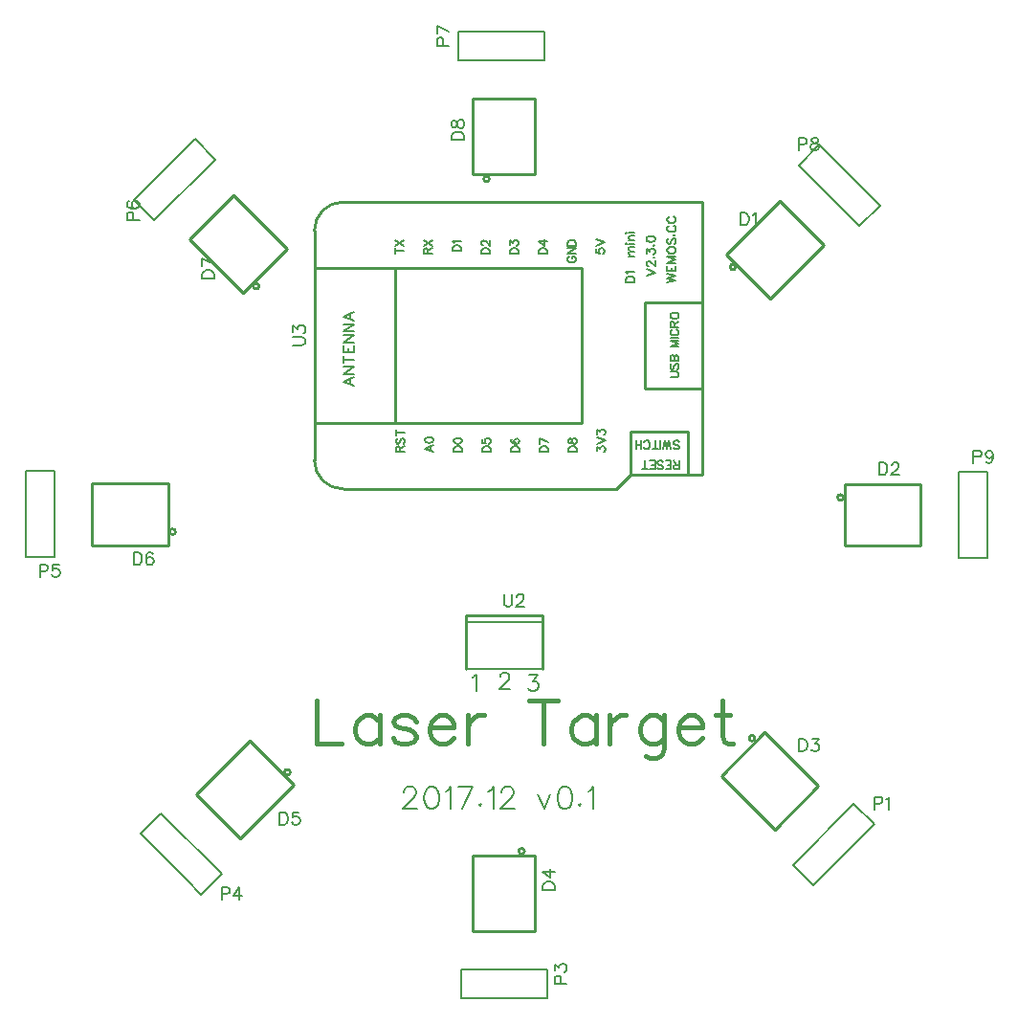
<source format=gto>
G04 ---------------------------- Layer name :TOP SILK LAYER*
G04 easyEDA 0.1*
G04 Scale: 100 percent, Rotated: No, Reflected: No *
G04 Dimensions in inches *
G04 leading zeros omitted , absolute positions ,2 integer and 4 * 
%FSLAX24Y24*%
%MOIN*%
G90*
G70D02*

%ADD10C,0.010000*%
%ADD11C,0.007900*%
%ADD12C,0.008000*%
%ADD13C,0.007992*%
%ADD14C,0.015748*%
%ADD15C,0.007000*%
%ADD16C,0.006000*%
%ADD17C,0.005900*%

%LPD*%
G54D10*
G01X11118Y19578D02*
G01X11118Y27578D01*
G01X24618Y22078D02*
G01X24618Y25078D01*
G01X22618Y25078D01*
G01X22618Y22078D01*
G01X24618Y22078D01*
G01X22118Y20578D02*
G01X22118Y19078D01*
G01X24118Y19078D01*
G01X24118Y20578D01*
G01X22118Y20578D01*
G01X13918Y20878D02*
G01X13918Y26278D01*
G01X20418Y26278D01*
G01X20418Y20878D01*
G01X13918Y20878D01*
G01X13918Y20878D02*
G01X11118Y20878D01*
G01X13918Y26278D02*
G01X11118Y26278D01*
G01X21636Y18578D02*
G01X22136Y19078D01*
G01X24636Y19078D01*
G01X12136Y28578D02*
G01X24636Y28578D01*
G01X24636Y19078D01*
G01X12136Y18578D02*
G01X21636Y18578D01*
G01X25479Y26755D02*
G01X27006Y25227D01*
G01X27006Y25227D02*
G01X28873Y27094D01*
G01X28873Y27094D02*
G01X27346Y28621D01*
G01X27346Y28621D02*
G01X25479Y26755D01*
G01X29605Y18756D02*
G01X29605Y16596D01*
G01X29605Y16596D02*
G01X32245Y16596D01*
G01X32245Y16596D02*
G01X32245Y18756D01*
G01X32245Y18756D02*
G01X29605Y18756D01*
G01X26809Y10117D02*
G01X25282Y8590D01*
G01X25282Y8590D02*
G01X27149Y6723D01*
G01X27149Y6723D02*
G01X28676Y8250D01*
G01X28676Y8250D02*
G01X26809Y10117D01*
G01X18807Y5803D02*
G01X16647Y5803D01*
G01X16647Y5803D02*
G01X16647Y3163D01*
G01X16647Y3163D02*
G01X18807Y3163D01*
G01X18807Y3163D02*
G01X18807Y5803D01*
G01X10396Y8270D02*
G01X8869Y9797D01*
G01X8869Y9797D02*
G01X7002Y7930D01*
G01X7002Y7930D02*
G01X8530Y6403D01*
G01X8530Y6403D02*
G01X10396Y8270D01*
G01X6019Y16619D02*
G01X6019Y18780D01*
G01X6019Y18780D02*
G01X3380Y18780D01*
G01X3380Y18780D02*
G01X3380Y16619D01*
G01X3380Y16619D02*
G01X6019Y16619D01*
G01X8645Y25425D02*
G01X10172Y26952D01*
G01X10172Y26952D02*
G01X8306Y28819D01*
G01X8306Y28819D02*
G01X6778Y27291D01*
G01X6778Y27291D02*
G01X8645Y25425D01*
G01X16647Y29540D02*
G01X18807Y29540D01*
G01X18807Y29540D02*
G01X18807Y32181D01*
G01X18807Y32181D02*
G01X16647Y32181D01*
G01X16647Y32181D02*
G01X16647Y29540D01*
G54D11*
G01X16407Y13943D02*
G01X19057Y13943D01*
G01X16397Y12303D02*
G01X19057Y12303D01*
G54D10*
G01X19037Y14173D02*
G01X16407Y14173D01*
G01X16397Y14173D02*
G01X16397Y12313D01*
G01X19057Y14173D02*
G01X19057Y12313D01*
G54D12*
G01X30090Y6370D02*
G01X30620Y6901D01*
G01X29913Y7608D01*
G01X27792Y5487D01*
G01X28499Y4779D01*
G54D13*
G01X28499Y4779D02*
G01X30090Y6370D01*
G54D12*
G01X18477Y834D02*
G01X19227Y834D01*
G01X19227Y1834D01*
G01X16227Y1834D01*
G01X16227Y834D01*
G54D13*
G01X16227Y834D02*
G01X18477Y834D01*
G54D12*
G01X6650Y4989D02*
G01X7180Y4459D01*
G01X7887Y5166D01*
G01X5766Y7287D01*
G01X5059Y6580D01*
G54D13*
G01X5059Y6580D02*
G01X6650Y4989D01*
G54D12*
G01X1050Y16950D02*
G01X1050Y16200D01*
G01X2050Y16200D01*
G01X2050Y19200D01*
G01X1050Y19200D01*
G54D13*
G01X1050Y19200D02*
G01X1050Y16950D01*
G54D12*
G01X5364Y29172D02*
G01X4834Y28642D01*
G01X5541Y27934D01*
G01X7662Y30056D01*
G01X6955Y30763D01*
G54D13*
G01X6955Y30763D02*
G01X5364Y29172D01*
G54D12*
G01X16877Y34511D02*
G01X16127Y34511D01*
G01X16127Y33511D01*
G01X19127Y33511D01*
G01X19127Y34511D01*
G54D13*
G01X19127Y34511D02*
G01X16877Y34511D01*
G54D12*
G01X29226Y30036D02*
G01X28696Y30566D01*
G01X27989Y29859D01*
G01X30110Y27738D01*
G01X30817Y28445D01*
G54D13*
G01X30817Y28445D02*
G01X29226Y30036D01*
G54D12*
G01X34575Y18426D02*
G01X34575Y19176D01*
G01X33575Y19176D01*
G01X33575Y16176D01*
G01X34575Y16176D01*
G54D13*
G01X34575Y16176D02*
G01X34575Y18426D01*
G54D14*
G01X11200Y11200D02*
G01X11200Y9697D01*
G01X11200Y9697D02*
G01X12059Y9697D01*
G01X13389Y10699D02*
G01X13389Y9697D01*
G01X13389Y10484D02*
G01X13247Y10627D01*
G01X13103Y10699D01*
G01X12889Y10699D01*
G01X12746Y10627D01*
G01X12602Y10484D01*
G01X12531Y10270D01*
G01X12531Y10126D01*
G01X12602Y9912D01*
G01X12746Y9768D01*
G01X12889Y9697D01*
G01X13103Y9697D01*
G01X13247Y9768D01*
G01X13389Y9912D01*
G01X14650Y10484D02*
G01X14578Y10627D01*
G01X14364Y10699D01*
G01X14148Y10699D01*
G01X13934Y10627D01*
G01X13863Y10484D01*
G01X13934Y10341D01*
G01X14077Y10270D01*
G01X14435Y10198D01*
G01X14578Y10126D01*
G01X14650Y9983D01*
G01X14650Y9912D01*
G01X14578Y9768D01*
G01X14364Y9697D01*
G01X14148Y9697D01*
G01X13934Y9768D01*
G01X13863Y9912D01*
G01X15122Y10270D02*
G01X15981Y10270D01*
G01X15981Y10413D01*
G01X15910Y10556D01*
G01X15838Y10627D01*
G01X15694Y10699D01*
G01X15480Y10699D01*
G01X15336Y10627D01*
G01X15193Y10484D01*
G01X15122Y10270D01*
G01X15122Y10126D01*
G01X15193Y9912D01*
G01X15336Y9768D01*
G01X15480Y9697D01*
G01X15694Y9697D01*
G01X15838Y9768D01*
G01X15981Y9912D01*
G01X16453Y10699D02*
G01X16453Y9697D01*
G01X16453Y10270D02*
G01X16526Y10484D01*
G01X16668Y10627D01*
G01X16811Y10699D01*
G01X17027Y10699D01*
G01X19102Y11200D02*
G01X19102Y9697D01*
G01X18601Y11200D02*
G01X19603Y11200D01*
G01X20935Y10699D02*
G01X20935Y9697D01*
G01X20935Y10484D02*
G01X20792Y10627D01*
G01X20648Y10699D01*
G01X20434Y10699D01*
G01X20290Y10627D01*
G01X20147Y10484D01*
G01X20076Y10270D01*
G01X20076Y10126D01*
G01X20147Y9912D01*
G01X20290Y9768D01*
G01X20434Y9697D01*
G01X20648Y9697D01*
G01X20792Y9768D01*
G01X20935Y9912D01*
G01X21406Y10699D02*
G01X21406Y9697D01*
G01X21406Y10270D02*
G01X21478Y10484D01*
G01X21622Y10627D01*
G01X21764Y10699D01*
G01X21980Y10699D01*
G01X23311Y10699D02*
G01X23311Y9554D01*
G01X23239Y9339D01*
G01X23168Y9267D01*
G01X23025Y9196D01*
G01X22810Y9196D01*
G01X22667Y9267D01*
G01X23311Y10484D02*
G01X23168Y10627D01*
G01X23025Y10699D01*
G01X22810Y10699D01*
G01X22667Y10627D01*
G01X22523Y10484D01*
G01X22452Y10270D01*
G01X22452Y10126D01*
G01X22523Y9912D01*
G01X22667Y9768D01*
G01X22810Y9697D01*
G01X23025Y9697D01*
G01X23168Y9768D01*
G01X23311Y9912D01*
G01X23784Y10270D02*
G01X24643Y10270D01*
G01X24643Y10413D01*
G01X24571Y10556D01*
G01X24500Y10627D01*
G01X24356Y10699D01*
G01X24142Y10699D01*
G01X23998Y10627D01*
G01X23856Y10484D01*
G01X23784Y10270D01*
G01X23784Y10126D01*
G01X23856Y9912D01*
G01X23998Y9768D01*
G01X24142Y9697D01*
G01X24356Y9697D01*
G01X24500Y9768D01*
G01X24643Y9912D01*
G01X25330Y11200D02*
G01X25330Y9983D01*
G01X25402Y9768D01*
G01X25544Y9697D01*
G01X25688Y9697D01*
G01X25114Y10699D02*
G01X25615Y10699D01*
G54D12*
G01X14235Y8019D02*
G01X14235Y8055D01*
G01X14272Y8128D01*
G01X14308Y8164D01*
G01X14381Y8200D01*
G01X14526Y8200D01*
G01X14599Y8164D01*
G01X14635Y8128D01*
G01X14672Y8055D01*
G01X14672Y7982D01*
G01X14635Y7910D01*
G01X14563Y7800D01*
G01X14199Y7437D01*
G01X14708Y7437D01*
G01X15166Y8200D02*
G01X15057Y8164D01*
G01X14984Y8055D01*
G01X14948Y7873D01*
G01X14948Y7764D01*
G01X14984Y7582D01*
G01X15057Y7473D01*
G01X15166Y7437D01*
G01X15239Y7437D01*
G01X15348Y7473D01*
G01X15421Y7582D01*
G01X15457Y7764D01*
G01X15457Y7873D01*
G01X15421Y8055D01*
G01X15348Y8164D01*
G01X15239Y8200D01*
G01X15166Y8200D01*
G01X15697Y8055D02*
G01X15770Y8091D01*
G01X15879Y8200D01*
G01X15879Y7437D01*
G01X16628Y8200D02*
G01X16264Y7437D01*
G01X16119Y8200D02*
G01X16628Y8200D01*
G01X16904Y7619D02*
G01X16868Y7582D01*
G01X16904Y7546D01*
G01X16941Y7582D01*
G01X16904Y7619D01*
G01X17181Y8055D02*
G01X17253Y8091D01*
G01X17363Y8200D01*
G01X17363Y7437D01*
G01X17639Y8019D02*
G01X17639Y8055D01*
G01X17675Y8128D01*
G01X17712Y8164D01*
G01X17784Y8200D01*
G01X17930Y8200D01*
G01X18003Y8164D01*
G01X18039Y8128D01*
G01X18075Y8055D01*
G01X18075Y7982D01*
G01X18039Y7910D01*
G01X17966Y7800D01*
G01X17603Y7437D01*
G01X18112Y7437D01*
G01X18912Y7946D02*
G01X19130Y7437D01*
G01X19348Y7946D02*
G01X19130Y7437D01*
G01X19806Y8200D02*
G01X19697Y8164D01*
G01X19624Y8055D01*
G01X19588Y7873D01*
G01X19588Y7764D01*
G01X19624Y7582D01*
G01X19697Y7473D01*
G01X19806Y7437D01*
G01X19879Y7437D01*
G01X19988Y7473D01*
G01X20061Y7582D01*
G01X20097Y7764D01*
G01X20097Y7873D01*
G01X20061Y8055D01*
G01X19988Y8164D01*
G01X19879Y8200D01*
G01X19806Y8200D01*
G01X20373Y7619D02*
G01X20337Y7582D01*
G01X20373Y7546D01*
G01X20410Y7582D01*
G01X20373Y7619D01*
G01X20650Y8055D02*
G01X20723Y8091D01*
G01X20832Y8200D01*
G01X20832Y7437D01*
G54D15*
G01X10373Y23578D02*
G01X10679Y23578D01*
G01X10741Y23598D01*
G01X10782Y23639D01*
G01X10802Y23701D01*
G01X10802Y23742D01*
G01X10782Y23803D01*
G01X10741Y23844D01*
G01X10679Y23864D01*
G01X10373Y23864D01*
G01X10373Y24040D02*
G01X10373Y24265D01*
G01X10536Y24143D01*
G01X10536Y24204D01*
G01X10557Y24245D01*
G01X10577Y24265D01*
G01X10638Y24286D01*
G01X10679Y24286D01*
G01X10741Y24265D01*
G01X10782Y24224D01*
G01X10802Y24163D01*
G01X10802Y24102D01*
G01X10782Y24040D01*
G01X10761Y24020D01*
G01X10720Y23999D01*
G54D16*
G01X21968Y25778D02*
G01X22275Y25778D01*
G01X21968Y25778D02*
G01X21968Y25880D01*
G01X21984Y25923D01*
G01X22013Y25953D01*
G01X22042Y25967D01*
G01X22085Y25982D01*
G01X22159Y25982D01*
G01X22202Y25967D01*
G01X22231Y25953D01*
G01X22260Y25923D01*
G01X22275Y25880D01*
G01X22275Y25778D01*
G01X22027Y26078D02*
G01X22013Y26107D01*
G01X21968Y26150D01*
G01X22275Y26150D01*
G01X22071Y26694D02*
G01X22275Y26694D01*
G01X22128Y26694D02*
G01X22085Y26738D01*
G01X22071Y26767D01*
G01X22071Y26811D01*
G01X22085Y26840D01*
G01X22128Y26854D01*
G01X22275Y26854D01*
G01X22128Y26854D02*
G01X22085Y26898D01*
G01X22071Y26927D01*
G01X22071Y26971D01*
G01X22085Y27000D01*
G01X22128Y27014D01*
G01X22275Y27014D01*
G01X21968Y27110D02*
G01X21984Y27125D01*
G01X21968Y27139D01*
G01X21955Y27125D01*
G01X21968Y27110D01*
G01X22071Y27125D02*
G01X22275Y27125D01*
G01X22071Y27235D02*
G01X22275Y27235D01*
G01X22128Y27235D02*
G01X22085Y27279D01*
G01X22071Y27308D01*
G01X22071Y27352D01*
G01X22085Y27381D01*
G01X22128Y27395D01*
G01X22275Y27395D01*
G01X21968Y27491D02*
G01X21984Y27506D01*
G01X21968Y27521D01*
G01X21955Y27506D01*
G01X21968Y27491D01*
G01X22071Y27506D02*
G01X22275Y27506D01*
G01X22689Y26002D02*
G01X22994Y26118D01*
G01X22689Y26235D02*
G01X22994Y26118D01*
G01X22761Y26345D02*
G01X22747Y26345D01*
G01X22718Y26360D01*
G01X22703Y26374D01*
G01X22689Y26403D01*
G01X22689Y26462D01*
G01X22703Y26491D01*
G01X22718Y26505D01*
G01X22747Y26520D01*
G01X22777Y26520D01*
G01X22806Y26505D01*
G01X22848Y26476D01*
G01X22994Y26331D01*
G01X22994Y26534D01*
G01X22922Y26645D02*
G01X22936Y26630D01*
G01X22951Y26645D01*
G01X22936Y26659D01*
G01X22922Y26645D01*
G01X22689Y26785D02*
G01X22689Y26945D01*
G01X22806Y26857D01*
G01X22806Y26901D01*
G01X22819Y26930D01*
G01X22835Y26945D01*
G01X22878Y26959D01*
G01X22907Y26959D01*
G01X22951Y26945D01*
G01X22980Y26915D01*
G01X22994Y26872D01*
G01X22994Y26828D01*
G01X22980Y26785D01*
G01X22965Y26770D01*
G01X22936Y26755D01*
G01X22922Y27070D02*
G01X22936Y27055D01*
G01X22951Y27070D01*
G01X22936Y27084D01*
G01X22922Y27070D01*
G01X22689Y27267D02*
G01X22703Y27224D01*
G01X22747Y27195D01*
G01X22819Y27180D01*
G01X22864Y27180D01*
G01X22936Y27195D01*
G01X22980Y27224D01*
G01X22994Y27267D01*
G01X22994Y27297D01*
G01X22980Y27340D01*
G01X22936Y27369D01*
G01X22864Y27384D01*
G01X22819Y27384D01*
G01X22747Y27369D01*
G01X22703Y27340D01*
G01X22689Y27297D01*
G01X22689Y27267D01*
G01X23409Y25778D02*
G01X23714Y25851D01*
G01X23409Y25923D02*
G01X23714Y25851D01*
G01X23409Y25923D02*
G01X23714Y25996D01*
G01X23409Y26069D02*
G01X23714Y25996D01*
G01X23409Y26165D02*
G01X23714Y26165D01*
G01X23409Y26165D02*
G01X23409Y26354D01*
G01X23555Y26165D02*
G01X23555Y26281D01*
G01X23714Y26165D02*
G01X23714Y26354D01*
G01X23409Y26450D02*
G01X23714Y26450D01*
G01X23409Y26450D02*
G01X23714Y26566D01*
G01X23409Y26683D02*
G01X23714Y26566D01*
G01X23409Y26683D02*
G01X23714Y26683D01*
G01X23409Y26866D02*
G01X23423Y26837D01*
G01X23452Y26808D01*
G01X23481Y26793D01*
G01X23526Y26779D01*
G01X23598Y26779D01*
G01X23642Y26793D01*
G01X23671Y26808D01*
G01X23700Y26837D01*
G01X23714Y26866D01*
G01X23714Y26924D01*
G01X23700Y26953D01*
G01X23671Y26982D01*
G01X23642Y26997D01*
G01X23598Y27011D01*
G01X23526Y27011D01*
G01X23481Y26997D01*
G01X23452Y26982D01*
G01X23423Y26953D01*
G01X23409Y26924D01*
G01X23409Y26866D01*
G01X23452Y27311D02*
G01X23423Y27282D01*
G01X23409Y27238D01*
G01X23409Y27180D01*
G01X23423Y27137D01*
G01X23452Y27107D01*
G01X23481Y27107D01*
G01X23510Y27122D01*
G01X23526Y27137D01*
G01X23539Y27166D01*
G01X23568Y27253D01*
G01X23584Y27282D01*
G01X23598Y27297D01*
G01X23627Y27311D01*
G01X23671Y27311D01*
G01X23700Y27282D01*
G01X23714Y27238D01*
G01X23714Y27180D01*
G01X23700Y27137D01*
G01X23671Y27107D01*
G01X23642Y27422D02*
G01X23656Y27407D01*
G01X23671Y27422D01*
G01X23656Y27436D01*
G01X23642Y27422D01*
G01X23481Y27750D02*
G01X23452Y27736D01*
G01X23423Y27707D01*
G01X23409Y27678D01*
G01X23409Y27619D01*
G01X23423Y27590D01*
G01X23452Y27561D01*
G01X23481Y27547D01*
G01X23526Y27532D01*
G01X23598Y27532D01*
G01X23642Y27547D01*
G01X23671Y27561D01*
G01X23700Y27590D01*
G01X23714Y27619D01*
G01X23714Y27678D01*
G01X23700Y27707D01*
G01X23671Y27736D01*
G01X23642Y27750D01*
G01X23481Y28065D02*
G01X23452Y28050D01*
G01X23423Y28021D01*
G01X23409Y27992D01*
G01X23409Y27934D01*
G01X23423Y27905D01*
G01X23452Y27875D01*
G01X23481Y27861D01*
G01X23526Y27846D01*
G01X23598Y27846D01*
G01X23642Y27861D01*
G01X23671Y27875D01*
G01X23700Y27905D01*
G01X23714Y27934D01*
G01X23714Y27992D01*
G01X23700Y28021D01*
G01X23671Y28050D01*
G01X23642Y28065D01*
G01X13972Y19878D02*
G01X14260Y19878D01*
G01X13972Y19878D02*
G01X13972Y20001D01*
G01X13986Y20042D01*
G01X14001Y20055D01*
G01X14027Y20069D01*
G01X14055Y20069D01*
G01X14081Y20055D01*
G01X14096Y20042D01*
G01X14110Y20001D01*
G01X14110Y19878D01*
G01X14110Y19973D02*
G01X14260Y20069D01*
G01X14014Y20350D02*
G01X13986Y20323D01*
G01X13972Y20282D01*
G01X13972Y20227D01*
G01X13986Y20186D01*
G01X14014Y20159D01*
G01X14042Y20159D01*
G01X14068Y20173D01*
G01X14081Y20186D01*
G01X14096Y20213D01*
G01X14122Y20295D01*
G01X14136Y20323D01*
G01X14151Y20336D01*
G01X14177Y20350D01*
G01X14218Y20350D01*
G01X14246Y20323D01*
G01X14260Y20282D01*
G01X14260Y20227D01*
G01X14246Y20186D01*
G01X14218Y20159D01*
G01X13972Y20535D02*
G01X14260Y20535D01*
G01X13972Y20440D02*
G01X13972Y20631D01*
G01X14972Y19987D02*
G01X15260Y19878D01*
G01X14972Y19987D02*
G01X15260Y20096D01*
G01X15164Y19919D02*
G01X15164Y20055D01*
G01X14972Y20268D02*
G01X14986Y20227D01*
G01X15027Y20200D01*
G01X15096Y20186D01*
G01X15136Y20186D01*
G01X15205Y20200D01*
G01X15246Y20227D01*
G01X15260Y20268D01*
G01X15260Y20295D01*
G01X15246Y20336D01*
G01X15205Y20363D01*
G01X15136Y20377D01*
G01X15096Y20377D01*
G01X15027Y20363D01*
G01X14986Y20336D01*
G01X14972Y20295D01*
G01X14972Y20268D01*
G01X15972Y19878D02*
G01X16260Y19878D01*
G01X15972Y19878D02*
G01X15972Y19973D01*
G01X15986Y20014D01*
G01X16014Y20042D01*
G01X16042Y20055D01*
G01X16081Y20069D01*
G01X16151Y20069D01*
G01X16192Y20055D01*
G01X16218Y20042D01*
G01X16246Y20014D01*
G01X16260Y19973D01*
G01X16260Y19878D01*
G01X15972Y20241D02*
G01X15986Y20200D01*
G01X16027Y20173D01*
G01X16096Y20159D01*
G01X16136Y20159D01*
G01X16205Y20173D01*
G01X16246Y20200D01*
G01X16260Y20241D01*
G01X16260Y20268D01*
G01X16246Y20309D01*
G01X16205Y20336D01*
G01X16136Y20350D01*
G01X16096Y20350D01*
G01X16027Y20336D01*
G01X15986Y20309D01*
G01X15972Y20268D01*
G01X15972Y20241D01*
G01X16972Y19878D02*
G01X17260Y19878D01*
G01X16972Y19878D02*
G01X16972Y19973D01*
G01X16986Y20014D01*
G01X17014Y20042D01*
G01X17042Y20055D01*
G01X17081Y20069D01*
G01X17151Y20069D01*
G01X17192Y20055D01*
G01X17218Y20042D01*
G01X17246Y20014D01*
G01X17260Y19973D01*
G01X17260Y19878D01*
G01X16972Y20323D02*
G01X16972Y20186D01*
G01X17096Y20173D01*
G01X17081Y20186D01*
G01X17068Y20227D01*
G01X17068Y20268D01*
G01X17081Y20309D01*
G01X17110Y20336D01*
G01X17151Y20350D01*
G01X17177Y20350D01*
G01X17218Y20336D01*
G01X17246Y20309D01*
G01X17260Y20268D01*
G01X17260Y20227D01*
G01X17246Y20186D01*
G01X17231Y20173D01*
G01X17205Y20159D01*
G01X17972Y19878D02*
G01X18260Y19878D01*
G01X17972Y19878D02*
G01X17972Y19973D01*
G01X17986Y20014D01*
G01X18014Y20042D01*
G01X18042Y20055D01*
G01X18081Y20069D01*
G01X18151Y20069D01*
G01X18192Y20055D01*
G01X18218Y20042D01*
G01X18246Y20014D01*
G01X18260Y19973D01*
G01X18260Y19878D01*
G01X18014Y20323D02*
G01X17986Y20309D01*
G01X17972Y20268D01*
G01X17972Y20241D01*
G01X17986Y20200D01*
G01X18027Y20173D01*
G01X18096Y20159D01*
G01X18164Y20159D01*
G01X18218Y20173D01*
G01X18246Y20200D01*
G01X18260Y20241D01*
G01X18260Y20254D01*
G01X18246Y20295D01*
G01X18218Y20323D01*
G01X18177Y20336D01*
G01X18164Y20336D01*
G01X18122Y20323D01*
G01X18096Y20295D01*
G01X18081Y20254D01*
G01X18081Y20241D01*
G01X18096Y20200D01*
G01X18122Y20173D01*
G01X18164Y20159D01*
G01X18972Y19878D02*
G01X19260Y19878D01*
G01X18972Y19878D02*
G01X18972Y19973D01*
G01X18986Y20014D01*
G01X19014Y20042D01*
G01X19042Y20055D01*
G01X19081Y20069D01*
G01X19151Y20069D01*
G01X19192Y20055D01*
G01X19218Y20042D01*
G01X19246Y20014D01*
G01X19260Y19973D01*
G01X19260Y19878D01*
G01X18972Y20350D02*
G01X19260Y20213D01*
G01X18972Y20159D02*
G01X18972Y20350D01*
G01X19972Y19878D02*
G01X20260Y19878D01*
G01X19972Y19878D02*
G01X19972Y19973D01*
G01X19986Y20014D01*
G01X20014Y20042D01*
G01X20042Y20055D01*
G01X20081Y20069D01*
G01X20151Y20069D01*
G01X20192Y20055D01*
G01X20218Y20042D01*
G01X20246Y20014D01*
G01X20260Y19973D01*
G01X20260Y19878D01*
G01X19972Y20227D02*
G01X19986Y20186D01*
G01X20014Y20173D01*
G01X20042Y20173D01*
G01X20068Y20186D01*
G01X20081Y20213D01*
G01X20096Y20268D01*
G01X20110Y20309D01*
G01X20136Y20336D01*
G01X20164Y20350D01*
G01X20205Y20350D01*
G01X20231Y20336D01*
G01X20246Y20323D01*
G01X20260Y20282D01*
G01X20260Y20227D01*
G01X20246Y20186D01*
G01X20231Y20173D01*
G01X20205Y20159D01*
G01X20164Y20159D01*
G01X20136Y20173D01*
G01X20110Y20200D01*
G01X20096Y20241D01*
G01X20081Y20295D01*
G01X20068Y20323D01*
G01X20042Y20336D01*
G01X20014Y20336D01*
G01X19986Y20323D01*
G01X19972Y20282D01*
G01X19972Y20227D01*
G01X20972Y19905D02*
G01X20972Y20055D01*
G01X21081Y19973D01*
G01X21081Y20014D01*
G01X21096Y20042D01*
G01X21110Y20055D01*
G01X21151Y20069D01*
G01X21177Y20069D01*
G01X21218Y20055D01*
G01X21246Y20028D01*
G01X21260Y19987D01*
G01X21260Y19946D01*
G01X21246Y19905D01*
G01X21231Y19892D01*
G01X21205Y19878D01*
G01X20972Y20159D02*
G01X21260Y20268D01*
G01X20972Y20377D02*
G01X21260Y20268D01*
G01X20972Y20494D02*
G01X20972Y20644D01*
G01X21081Y20563D01*
G01X21081Y20603D01*
G01X21096Y20631D01*
G01X21110Y20644D01*
G01X21151Y20658D01*
G01X21177Y20658D01*
G01X21218Y20644D01*
G01X21246Y20617D01*
G01X21260Y20576D01*
G01X21260Y20535D01*
G01X21246Y20494D01*
G01X21231Y20481D01*
G01X21205Y20467D01*
G01X20936Y26942D02*
G01X20936Y26805D01*
G01X21060Y26792D01*
G01X21046Y26805D01*
G01X21032Y26846D01*
G01X21032Y26887D01*
G01X21046Y26928D01*
G01X21073Y26955D01*
G01X21114Y26969D01*
G01X21142Y26969D01*
G01X21182Y26955D01*
G01X21210Y26928D01*
G01X21223Y26887D01*
G01X21223Y26846D01*
G01X21210Y26805D01*
G01X21196Y26792D01*
G01X21168Y26778D01*
G01X20936Y27059D02*
G01X21223Y27168D01*
G01X20936Y27277D02*
G01X21223Y27168D01*
G01X20006Y26683D02*
G01X19977Y26669D01*
G01X19951Y26642D01*
G01X19936Y26614D01*
G01X19936Y26560D01*
G01X19951Y26533D01*
G01X19977Y26505D01*
G01X20006Y26492D01*
G01X20046Y26478D01*
G01X20114Y26478D01*
G01X20156Y26492D01*
G01X20182Y26505D01*
G01X20210Y26533D01*
G01X20223Y26560D01*
G01X20223Y26614D01*
G01X20210Y26642D01*
G01X20182Y26669D01*
G01X20156Y26683D01*
G01X20114Y26683D01*
G01X20114Y26614D02*
G01X20114Y26683D01*
G01X19936Y26773D02*
G01X20223Y26773D01*
G01X19936Y26773D02*
G01X20223Y26963D01*
G01X19936Y26963D02*
G01X20223Y26963D01*
G01X19936Y27053D02*
G01X20223Y27053D01*
G01X19936Y27053D02*
G01X19936Y27149D01*
G01X19951Y27190D01*
G01X19977Y27217D01*
G01X20006Y27231D01*
G01X20046Y27244D01*
G01X20114Y27244D01*
G01X20156Y27231D01*
G01X20182Y27217D01*
G01X20210Y27190D01*
G01X20223Y27149D01*
G01X20223Y27053D01*
G01X18936Y26778D02*
G01X19223Y26778D01*
G01X18936Y26778D02*
G01X18936Y26873D01*
G01X18951Y26914D01*
G01X18977Y26942D01*
G01X19006Y26955D01*
G01X19046Y26969D01*
G01X19114Y26969D01*
G01X19156Y26955D01*
G01X19182Y26942D01*
G01X19210Y26914D01*
G01X19223Y26873D01*
G01X19223Y26778D01*
G01X18936Y27195D02*
G01X19127Y27059D01*
G01X19127Y27263D01*
G01X18936Y27195D02*
G01X19223Y27195D01*
G01X17936Y26778D02*
G01X18223Y26778D01*
G01X17936Y26778D02*
G01X17936Y26873D01*
G01X17951Y26914D01*
G01X17977Y26942D01*
G01X18006Y26955D01*
G01X18046Y26969D01*
G01X18114Y26969D01*
G01X18156Y26955D01*
G01X18182Y26942D01*
G01X18210Y26914D01*
G01X18223Y26873D01*
G01X18223Y26778D01*
G01X17936Y27086D02*
G01X17936Y27236D01*
G01X18046Y27154D01*
G01X18046Y27195D01*
G01X18060Y27223D01*
G01X18073Y27236D01*
G01X18114Y27250D01*
G01X18142Y27250D01*
G01X18182Y27236D01*
G01X18210Y27209D01*
G01X18223Y27168D01*
G01X18223Y27127D01*
G01X18210Y27086D01*
G01X18196Y27073D01*
G01X18168Y27059D01*
G01X16936Y26778D02*
G01X17223Y26778D01*
G01X16936Y26778D02*
G01X16936Y26873D01*
G01X16951Y26914D01*
G01X16977Y26942D01*
G01X17006Y26955D01*
G01X17046Y26969D01*
G01X17114Y26969D01*
G01X17156Y26955D01*
G01X17182Y26942D01*
G01X17210Y26914D01*
G01X17223Y26873D01*
G01X17223Y26778D01*
G01X17006Y27073D02*
G01X16992Y27073D01*
G01X16964Y27086D01*
G01X16951Y27100D01*
G01X16936Y27127D01*
G01X16936Y27182D01*
G01X16951Y27209D01*
G01X16964Y27223D01*
G01X16992Y27236D01*
G01X17018Y27236D01*
G01X17046Y27223D01*
G01X17086Y27195D01*
G01X17223Y27059D01*
G01X17223Y27250D01*
G01X15936Y26878D02*
G01X16223Y26878D01*
G01X15936Y26878D02*
G01X15936Y26973D01*
G01X15951Y27014D01*
G01X15977Y27042D01*
G01X16006Y27055D01*
G01X16046Y27069D01*
G01X16114Y27069D01*
G01X16156Y27055D01*
G01X16182Y27042D01*
G01X16210Y27014D01*
G01X16223Y26973D01*
G01X16223Y26878D01*
G01X15992Y27159D02*
G01X15977Y27186D01*
G01X15936Y27227D01*
G01X16223Y27227D01*
G01X14936Y26778D02*
G01X15223Y26778D01*
G01X14936Y26778D02*
G01X14936Y26901D01*
G01X14951Y26942D01*
G01X14964Y26955D01*
G01X14992Y26969D01*
G01X15018Y26969D01*
G01X15046Y26955D01*
G01X15060Y26942D01*
G01X15073Y26901D01*
G01X15073Y26778D01*
G01X15073Y26873D02*
G01X15223Y26969D01*
G01X14936Y27059D02*
G01X15223Y27250D01*
G01X14936Y27250D02*
G01X15223Y27059D01*
G01X13936Y26873D02*
G01X14223Y26873D01*
G01X13936Y26778D02*
G01X13936Y26969D01*
G01X13936Y27059D02*
G01X14223Y27250D01*
G01X13936Y27250D02*
G01X14223Y27059D01*
G01X12118Y22323D02*
G01X12501Y22178D01*
G01X12118Y22323D02*
G01X12501Y22469D01*
G01X12372Y22233D02*
G01X12372Y22414D01*
G01X12118Y22589D02*
G01X12501Y22589D01*
G01X12118Y22589D02*
G01X12501Y22843D01*
G01X12118Y22843D02*
G01X12501Y22843D01*
G01X12118Y23091D02*
G01X12501Y23091D01*
G01X12118Y22963D02*
G01X12118Y23218D01*
G01X12118Y23338D02*
G01X12501Y23338D01*
G01X12118Y23338D02*
G01X12118Y23574D01*
G01X12301Y23338D02*
G01X12301Y23483D01*
G01X12501Y23338D02*
G01X12501Y23574D01*
G01X12118Y23694D02*
G01X12501Y23694D01*
G01X12118Y23694D02*
G01X12501Y23949D01*
G01X12118Y23949D02*
G01X12501Y23949D01*
G01X12118Y24069D02*
G01X12501Y24069D01*
G01X12118Y24069D02*
G01X12501Y24323D01*
G01X12118Y24323D02*
G01X12501Y24323D01*
G01X12118Y24589D02*
G01X12501Y24443D01*
G01X12118Y24589D02*
G01X12501Y24734D01*
G01X12372Y24498D02*
G01X12372Y24680D01*
G01X23518Y22478D02*
G01X23723Y22478D01*
G01X23764Y22492D01*
G01X23792Y22519D01*
G01X23806Y22560D01*
G01X23806Y22587D01*
G01X23792Y22628D01*
G01X23764Y22655D01*
G01X23723Y22669D01*
G01X23518Y22669D01*
G01X23560Y22950D02*
G01X23532Y22923D01*
G01X23518Y22882D01*
G01X23518Y22827D01*
G01X23532Y22786D01*
G01X23560Y22759D01*
G01X23588Y22759D01*
G01X23614Y22773D01*
G01X23627Y22786D01*
G01X23642Y22813D01*
G01X23668Y22895D01*
G01X23682Y22923D01*
G01X23697Y22936D01*
G01X23723Y22950D01*
G01X23764Y22950D01*
G01X23792Y22923D01*
G01X23806Y22882D01*
G01X23806Y22827D01*
G01X23792Y22786D01*
G01X23764Y22759D01*
G01X23518Y23040D02*
G01X23806Y23040D01*
G01X23518Y23040D02*
G01X23518Y23163D01*
G01X23532Y23203D01*
G01X23547Y23217D01*
G01X23573Y23231D01*
G01X23601Y23231D01*
G01X23627Y23217D01*
G01X23642Y23203D01*
G01X23656Y23163D01*
G01X23656Y23040D02*
G01X23656Y23163D01*
G01X23668Y23203D01*
G01X23682Y23217D01*
G01X23710Y23231D01*
G01X23751Y23231D01*
G01X23777Y23217D01*
G01X23792Y23203D01*
G01X23806Y23163D01*
G01X23806Y23040D01*
G01X23518Y23531D02*
G01X23806Y23531D01*
G01X23518Y23531D02*
G01X23806Y23640D01*
G01X23518Y23749D02*
G01X23806Y23640D01*
G01X23518Y23749D02*
G01X23806Y23749D01*
G01X23518Y23839D02*
G01X23806Y23839D01*
G01X23588Y24133D02*
G01X23560Y24120D01*
G01X23532Y24093D01*
G01X23518Y24065D01*
G01X23518Y24011D01*
G01X23532Y23983D01*
G01X23560Y23956D01*
G01X23588Y23943D01*
G01X23627Y23929D01*
G01X23697Y23929D01*
G01X23738Y23943D01*
G01X23764Y23956D01*
G01X23792Y23983D01*
G01X23806Y24011D01*
G01X23806Y24065D01*
G01X23792Y24093D01*
G01X23764Y24120D01*
G01X23738Y24133D01*
G01X23518Y24223D02*
G01X23806Y24223D01*
G01X23518Y24223D02*
G01X23518Y24346D01*
G01X23532Y24387D01*
G01X23547Y24401D01*
G01X23573Y24414D01*
G01X23601Y24414D01*
G01X23627Y24401D01*
G01X23642Y24387D01*
G01X23656Y24346D01*
G01X23656Y24223D01*
G01X23656Y24319D02*
G01X23806Y24414D01*
G01X23518Y24586D02*
G01X23532Y24559D01*
G01X23560Y24532D01*
G01X23588Y24518D01*
G01X23627Y24504D01*
G01X23697Y24504D01*
G01X23738Y24518D01*
G01X23764Y24532D01*
G01X23792Y24559D01*
G01X23806Y24586D01*
G01X23806Y24641D01*
G01X23792Y24668D01*
G01X23764Y24695D01*
G01X23738Y24709D01*
G01X23697Y24723D01*
G01X23627Y24723D01*
G01X23588Y24709D01*
G01X23560Y24695D01*
G01X23532Y24668D01*
G01X23518Y24641D01*
G01X23518Y24586D01*
G01X23818Y19278D02*
G01X23818Y19565D01*
G01X23818Y19278D02*
G01X23696Y19278D01*
G01X23655Y19292D01*
G01X23642Y19306D01*
G01X23627Y19333D01*
G01X23627Y19360D01*
G01X23642Y19387D01*
G01X23655Y19401D01*
G01X23696Y19415D01*
G01X23818Y19415D01*
G01X23723Y19415D02*
G01X23627Y19565D01*
G01X23538Y19278D02*
G01X23538Y19565D01*
G01X23538Y19278D02*
G01X23360Y19278D01*
G01X23538Y19415D02*
G01X23428Y19415D01*
G01X23538Y19565D02*
G01X23360Y19565D01*
G01X23080Y19319D02*
G01X23106Y19292D01*
G01X23147Y19278D01*
G01X23202Y19278D01*
G01X23243Y19292D01*
G01X23271Y19319D01*
G01X23271Y19347D01*
G01X23256Y19374D01*
G01X23243Y19387D01*
G01X23215Y19401D01*
G01X23134Y19428D01*
G01X23106Y19442D01*
G01X23093Y19456D01*
G01X23080Y19483D01*
G01X23080Y19524D01*
G01X23106Y19551D01*
G01X23147Y19565D01*
G01X23202Y19565D01*
G01X23243Y19551D01*
G01X23271Y19524D01*
G01X22989Y19278D02*
G01X22989Y19565D01*
G01X22989Y19278D02*
G01X22813Y19278D01*
G01X22989Y19415D02*
G01X22881Y19415D01*
G01X22989Y19565D02*
G01X22813Y19565D01*
G01X22627Y19278D02*
G01X22627Y19565D01*
G01X22722Y19278D02*
G01X22531Y19278D01*
G01X23627Y20019D02*
G01X23655Y19992D01*
G01X23696Y19978D01*
G01X23751Y19978D01*
G01X23792Y19992D01*
G01X23818Y20019D01*
G01X23818Y20047D01*
G01X23805Y20074D01*
G01X23792Y20087D01*
G01X23764Y20101D01*
G01X23682Y20128D01*
G01X23655Y20142D01*
G01X23642Y20156D01*
G01X23627Y20183D01*
G01X23627Y20224D01*
G01X23655Y20251D01*
G01X23696Y20265D01*
G01X23751Y20265D01*
G01X23792Y20251D01*
G01X23818Y20224D01*
G01X23538Y19978D02*
G01X23469Y20265D01*
G01X23402Y19978D02*
G01X23469Y20265D01*
G01X23402Y19978D02*
G01X23334Y20265D01*
G01X23264Y19978D02*
G01X23334Y20265D01*
G01X23175Y19978D02*
G01X23175Y20265D01*
G01X22989Y19978D02*
G01X22989Y20265D01*
G01X23085Y19978D02*
G01X22893Y19978D01*
G01X22600Y20047D02*
G01X22614Y20019D01*
G01X22640Y19992D01*
G01X22668Y19978D01*
G01X22722Y19978D01*
G01X22750Y19992D01*
G01X22777Y20019D01*
G01X22790Y20047D01*
G01X22803Y20087D01*
G01X22803Y20156D01*
G01X22790Y20197D01*
G01X22777Y20224D01*
G01X22750Y20251D01*
G01X22722Y20265D01*
G01X22668Y20265D01*
G01X22640Y20251D01*
G01X22614Y20224D01*
G01X22600Y20197D01*
G01X22510Y19978D02*
G01X22510Y20265D01*
G01X22318Y19978D02*
G01X22318Y20265D01*
G01X22510Y20115D02*
G01X22318Y20115D01*
G54D15*
G01X25967Y28195D02*
G01X25967Y27766D01*
G01X25967Y28195D02*
G01X26110Y28195D01*
G01X26172Y28175D01*
G01X26212Y28134D01*
G01X26233Y28093D01*
G01X26253Y28032D01*
G01X26253Y27930D01*
G01X26233Y27868D01*
G01X26212Y27827D01*
G01X26172Y27786D01*
G01X26110Y27766D01*
G01X25967Y27766D01*
G01X26388Y28114D02*
G01X26429Y28134D01*
G01X26491Y28195D01*
G01X26491Y27766D01*
G01X30794Y19501D02*
G01X30794Y19072D01*
G01X30794Y19501D02*
G01X30937Y19501D01*
G01X30999Y19481D01*
G01X31039Y19440D01*
G01X31060Y19399D01*
G01X31080Y19338D01*
G01X31080Y19236D01*
G01X31060Y19174D01*
G01X31039Y19133D01*
G01X30999Y19092D01*
G01X30937Y19072D01*
G01X30794Y19072D01*
G01X31236Y19399D02*
G01X31236Y19420D01*
G01X31256Y19461D01*
G01X31277Y19481D01*
G01X31318Y19501D01*
G01X31399Y19501D01*
G01X31440Y19481D01*
G01X31461Y19461D01*
G01X31481Y19420D01*
G01X31481Y19379D01*
G01X31461Y19338D01*
G01X31420Y19276D01*
G01X31215Y19072D01*
G01X31502Y19072D01*
G01X28004Y9874D02*
G01X28004Y9445D01*
G01X28004Y9874D02*
G01X28147Y9874D01*
G01X28209Y9854D01*
G01X28249Y9813D01*
G01X28270Y9772D01*
G01X28290Y9711D01*
G01X28290Y9609D01*
G01X28270Y9547D01*
G01X28249Y9506D01*
G01X28209Y9465D01*
G01X28147Y9445D01*
G01X28004Y9445D01*
G01X28466Y9874D02*
G01X28691Y9874D01*
G01X28569Y9711D01*
G01X28630Y9711D01*
G01X28671Y9690D01*
G01X28691Y9670D01*
G01X28712Y9609D01*
G01X28712Y9568D01*
G01X28691Y9506D01*
G01X28650Y9465D01*
G01X28589Y9445D01*
G01X28528Y9445D01*
G01X28466Y9465D01*
G01X28446Y9486D01*
G01X28425Y9527D01*
G01X19063Y4614D02*
G01X19492Y4614D01*
G01X19063Y4614D02*
G01X19063Y4757D01*
G01X19082Y4819D01*
G01X19123Y4859D01*
G01X19164Y4880D01*
G01X19226Y4900D01*
G01X19327Y4900D01*
G01X19389Y4880D01*
G01X19431Y4859D01*
G01X19472Y4819D01*
G01X19492Y4757D01*
G01X19492Y4614D01*
G01X19063Y5240D02*
G01X19348Y5035D01*
G01X19348Y5342D01*
G01X19063Y5240D02*
G01X19492Y5240D01*
G01X9909Y7319D02*
G01X9909Y6890D01*
G01X9909Y7319D02*
G01X10052Y7319D01*
G01X10114Y7299D01*
G01X10154Y7258D01*
G01X10175Y7217D01*
G01X10195Y7156D01*
G01X10195Y7054D01*
G01X10175Y6992D01*
G01X10154Y6951D01*
G01X10114Y6910D01*
G01X10052Y6890D01*
G01X9909Y6890D01*
G01X10576Y7319D02*
G01X10371Y7319D01*
G01X10351Y7135D01*
G01X10371Y7156D01*
G01X10433Y7176D01*
G01X10494Y7176D01*
G01X10555Y7156D01*
G01X10596Y7115D01*
G01X10617Y7054D01*
G01X10617Y7013D01*
G01X10596Y6951D01*
G01X10555Y6910D01*
G01X10494Y6890D01*
G01X10433Y6890D01*
G01X10371Y6910D01*
G01X10351Y6931D01*
G01X10330Y6972D01*
G01X4830Y16365D02*
G01X4830Y15936D01*
G01X4830Y16365D02*
G01X4972Y16365D01*
G01X5035Y16344D01*
G01X5075Y16303D01*
G01X5096Y16263D01*
G01X5115Y16201D01*
G01X5115Y16100D01*
G01X5096Y16038D01*
G01X5075Y15996D01*
G01X5035Y15955D01*
G01X4972Y15936D01*
G01X4830Y15936D01*
G01X5497Y16303D02*
G01X5476Y16344D01*
G01X5414Y16365D01*
G01X5373Y16365D01*
G01X5313Y16344D01*
G01X5272Y16284D01*
G01X5251Y16180D01*
G01X5251Y16078D01*
G01X5272Y15996D01*
G01X5313Y15955D01*
G01X5373Y15936D01*
G01X5394Y15936D01*
G01X5456Y15955D01*
G01X5497Y15996D01*
G01X5517Y16059D01*
G01X5517Y16078D01*
G01X5497Y16140D01*
G01X5456Y16180D01*
G01X5394Y16201D01*
G01X5373Y16201D01*
G01X5313Y16180D01*
G01X5272Y16140D01*
G01X5251Y16078D01*
G01X7205Y25913D02*
G01X7634Y25913D01*
G01X7205Y25913D02*
G01X7205Y26056D01*
G01X7225Y26118D01*
G01X7266Y26158D01*
G01X7307Y26179D01*
G01X7368Y26199D01*
G01X7470Y26199D01*
G01X7532Y26179D01*
G01X7573Y26158D01*
G01X7614Y26118D01*
G01X7634Y26056D01*
G01X7634Y25913D01*
G01X7205Y26621D02*
G01X7634Y26416D01*
G01X7205Y26334D02*
G01X7205Y26621D01*
G01X15903Y30730D02*
G01X16332Y30730D01*
G01X15903Y30730D02*
G01X15903Y30873D01*
G01X15923Y30935D01*
G01X15964Y30975D01*
G01X16005Y30996D01*
G01X16066Y31016D01*
G01X16168Y31016D01*
G01X16230Y30996D01*
G01X16271Y30975D01*
G01X16312Y30935D01*
G01X16332Y30873D01*
G01X16332Y30730D01*
G01X15903Y31254D02*
G01X15923Y31192D01*
G01X15964Y31172D01*
G01X16005Y31172D01*
G01X16046Y31192D01*
G01X16066Y31233D01*
G01X16087Y31315D01*
G01X16107Y31376D01*
G01X16148Y31417D01*
G01X16189Y31438D01*
G01X16250Y31438D01*
G01X16291Y31417D01*
G01X16312Y31397D01*
G01X16332Y31335D01*
G01X16332Y31254D01*
G01X16312Y31192D01*
G01X16291Y31172D01*
G01X16250Y31151D01*
G01X16189Y31151D01*
G01X16148Y31172D01*
G01X16107Y31213D01*
G01X16087Y31274D01*
G01X16066Y31356D01*
G01X16046Y31397D01*
G01X16005Y31417D01*
G01X15964Y31417D01*
G01X15923Y31397D01*
G01X15903Y31335D01*
G01X15903Y31254D01*
G01X17723Y14918D02*
G01X17723Y14612D01*
G01X17744Y14550D01*
G01X17785Y14509D01*
G01X17846Y14489D01*
G01X17887Y14489D01*
G01X17948Y14509D01*
G01X17989Y14550D01*
G01X18010Y14612D01*
G01X18010Y14918D01*
G01X18165Y14816D02*
G01X18165Y14837D01*
G01X18186Y14878D01*
G01X18206Y14898D01*
G01X18247Y14918D01*
G01X18329Y14918D01*
G01X18370Y14898D01*
G01X18390Y14878D01*
G01X18411Y14837D01*
G01X18411Y14796D01*
G01X18390Y14755D01*
G01X18349Y14693D01*
G01X18145Y14489D01*
G01X18431Y14489D01*
G54D17*
G01X16619Y12011D02*
G01X16673Y12038D01*
G01X16753Y12118D01*
G01X16753Y11554D01*
G01X17587Y12034D02*
G01X17587Y12061D01*
G01X17614Y12115D01*
G01X17641Y12141D01*
G01X17694Y12168D01*
G01X17802Y12168D01*
G01X17856Y12141D01*
G01X17882Y12115D01*
G01X17909Y12061D01*
G01X17909Y12007D01*
G01X17882Y11953D01*
G01X17829Y11873D01*
G01X17560Y11604D01*
G01X17936Y11604D01*
G01X18614Y12101D02*
G01X18909Y12101D01*
G01X18748Y11886D01*
G01X18829Y11886D01*
G01X18882Y11860D01*
G01X18909Y11833D01*
G01X18936Y11752D01*
G01X18936Y11698D01*
G01X18909Y11618D01*
G01X18856Y11564D01*
G01X18775Y11537D01*
G01X18694Y11537D01*
G01X18614Y11564D01*
G01X18587Y11591D01*
G01X18560Y11645D01*
G54D15*
G01X30620Y7853D02*
G01X30620Y7424D01*
G01X30620Y7853D02*
G01X30804Y7853D01*
G01X30865Y7833D01*
G01X30886Y7813D01*
G01X30906Y7772D01*
G01X30906Y7710D01*
G01X30886Y7669D01*
G01X30865Y7649D01*
G01X30804Y7628D01*
G01X30620Y7628D01*
G01X31041Y7772D02*
G01X31082Y7792D01*
G01X31144Y7853D01*
G01X31144Y7424D01*
G01X19483Y1334D02*
G01X19912Y1334D01*
G01X19483Y1334D02*
G01X19483Y1518D01*
G01X19503Y1579D01*
G01X19523Y1600D01*
G01X19564Y1620D01*
G01X19626Y1620D01*
G01X19667Y1600D01*
G01X19687Y1579D01*
G01X19708Y1518D01*
G01X19708Y1334D01*
G01X19483Y1796D02*
G01X19483Y2021D01*
G01X19646Y1899D01*
G01X19646Y1960D01*
G01X19667Y2001D01*
G01X19687Y2021D01*
G01X19748Y2042D01*
G01X19789Y2042D01*
G01X19851Y2021D01*
G01X19892Y1980D01*
G01X19912Y1919D01*
G01X19912Y1858D01*
G01X19892Y1796D01*
G01X19871Y1776D01*
G01X19830Y1755D01*
G01X7886Y4703D02*
G01X7886Y4274D01*
G01X7886Y4703D02*
G01X8070Y4703D01*
G01X8131Y4683D01*
G01X8152Y4663D01*
G01X8172Y4622D01*
G01X8172Y4560D01*
G01X8152Y4519D01*
G01X8131Y4499D01*
G01X8070Y4478D01*
G01X7886Y4478D01*
G01X8512Y4703D02*
G01X8307Y4417D01*
G01X8614Y4417D01*
G01X8512Y4703D02*
G01X8512Y4274D01*
G01X1549Y15944D02*
G01X1549Y15515D01*
G01X1549Y15944D02*
G01X1733Y15944D01*
G01X1794Y15924D01*
G01X1815Y15904D01*
G01X1835Y15863D01*
G01X1835Y15801D01*
G01X1815Y15760D01*
G01X1794Y15740D01*
G01X1733Y15719D01*
G01X1549Y15719D01*
G01X2216Y15944D02*
G01X2011Y15944D01*
G01X1991Y15760D01*
G01X2011Y15781D01*
G01X2073Y15801D01*
G01X2134Y15801D01*
G01X2195Y15781D01*
G01X2236Y15740D01*
G01X2257Y15679D01*
G01X2257Y15638D01*
G01X2236Y15576D01*
G01X2195Y15535D01*
G01X2134Y15515D01*
G01X2073Y15515D01*
G01X2011Y15535D01*
G01X1991Y15556D01*
G01X1970Y15597D01*
G01X4589Y27935D02*
G01X5018Y27935D01*
G01X4589Y27935D02*
G01X4589Y28119D01*
G01X4609Y28180D01*
G01X4629Y28201D01*
G01X4670Y28221D01*
G01X4732Y28221D01*
G01X4773Y28201D01*
G01X4793Y28180D01*
G01X4814Y28119D01*
G01X4814Y27935D01*
G01X4650Y28602D02*
G01X4609Y28581D01*
G01X4589Y28520D01*
G01X4589Y28479D01*
G01X4609Y28418D01*
G01X4670Y28377D01*
G01X4773Y28356D01*
G01X4875Y28356D01*
G01X4957Y28377D01*
G01X4998Y28418D01*
G01X5018Y28479D01*
G01X5018Y28500D01*
G01X4998Y28561D01*
G01X4957Y28602D01*
G01X4895Y28622D01*
G01X4875Y28622D01*
G01X4814Y28602D01*
G01X4773Y28561D01*
G01X4752Y28500D01*
G01X4752Y28479D01*
G01X4773Y28418D01*
G01X4814Y28377D01*
G01X4875Y28356D01*
G01X15383Y34010D02*
G01X15812Y34010D01*
G01X15383Y34010D02*
G01X15383Y34194D01*
G01X15403Y34255D01*
G01X15423Y34276D01*
G01X15464Y34296D01*
G01X15526Y34296D01*
G01X15567Y34276D01*
G01X15587Y34255D01*
G01X15608Y34194D01*
G01X15608Y34010D01*
G01X15383Y34718D02*
G01X15812Y34513D01*
G01X15383Y34431D02*
G01X15383Y34718D01*
G01X27989Y30811D02*
G01X27989Y30382D01*
G01X27989Y30811D02*
G01X28173Y30811D01*
G01X28234Y30791D01*
G01X28255Y30771D01*
G01X28275Y30730D01*
G01X28275Y30668D01*
G01X28255Y30627D01*
G01X28234Y30607D01*
G01X28173Y30586D01*
G01X27989Y30586D01*
G01X28513Y30811D02*
G01X28451Y30791D01*
G01X28431Y30750D01*
G01X28431Y30709D01*
G01X28451Y30668D01*
G01X28492Y30648D01*
G01X28574Y30627D01*
G01X28635Y30607D01*
G01X28676Y30566D01*
G01X28697Y30525D01*
G01X28697Y30464D01*
G01X28676Y30423D01*
G01X28656Y30402D01*
G01X28594Y30382D01*
G01X28513Y30382D01*
G01X28451Y30402D01*
G01X28431Y30423D01*
G01X28410Y30464D01*
G01X28410Y30525D01*
G01X28431Y30566D01*
G01X28472Y30607D01*
G01X28533Y30627D01*
G01X28615Y30648D01*
G01X28656Y30668D01*
G01X28676Y30709D01*
G01X28676Y30750D01*
G01X28656Y30791D01*
G01X28594Y30811D01*
G01X28513Y30811D01*
G01X34074Y19921D02*
G01X34074Y19492D01*
G01X34074Y19921D02*
G01X34258Y19921D01*
G01X34319Y19901D01*
G01X34340Y19881D01*
G01X34360Y19840D01*
G01X34360Y19778D01*
G01X34340Y19737D01*
G01X34319Y19717D01*
G01X34258Y19696D01*
G01X34074Y19696D01*
G01X34761Y19778D02*
G01X34741Y19717D01*
G01X34700Y19676D01*
G01X34639Y19656D01*
G01X34618Y19656D01*
G01X34557Y19676D01*
G01X34516Y19717D01*
G01X34495Y19778D01*
G01X34495Y19799D01*
G01X34516Y19860D01*
G01X34557Y19901D01*
G01X34618Y19921D01*
G01X34639Y19921D01*
G01X34700Y19901D01*
G01X34741Y19860D01*
G01X34761Y19778D01*
G01X34761Y19676D01*
G01X34741Y19574D01*
G01X34700Y19512D01*
G01X34639Y19492D01*
G01X34598Y19492D01*
G01X34536Y19512D01*
G01X34516Y19553D01*
G54D10*
G75*
G01X12119Y18578D02*
G02X11119Y19578I0J1000D01*
G01*
G75*
G01X11119Y27578D02*
G02X12119Y28578I1000J0D01*
G01*
G75*
G01X25798Y26309D02*
G03X25798Y26309I-100J0D01*
G01*
G75*
G01X29544Y18286D02*
G03X29544Y18286I-100J0D01*
G01*
G75*
G01X26464Y9898D02*
G03X26464Y9898I-100J0D01*
G01*
G75*
G01X18438Y5963D02*
G03X18438Y5963I-100J0D01*
G01*
G75*
G01X10277Y8715D02*
G03X10277Y8715I-100J0D01*
G01*
G75*
G01X6280Y17090D02*
G03X6280Y17090I-100J0D01*
G01*
G75*
G01X9190Y25644D02*
G03X9190Y25644I-100J0D01*
G01*
G75*
G01X17218Y29381D02*
G03X17218Y29381I-100J0D01*
G01*

M00*
M02*
</source>
